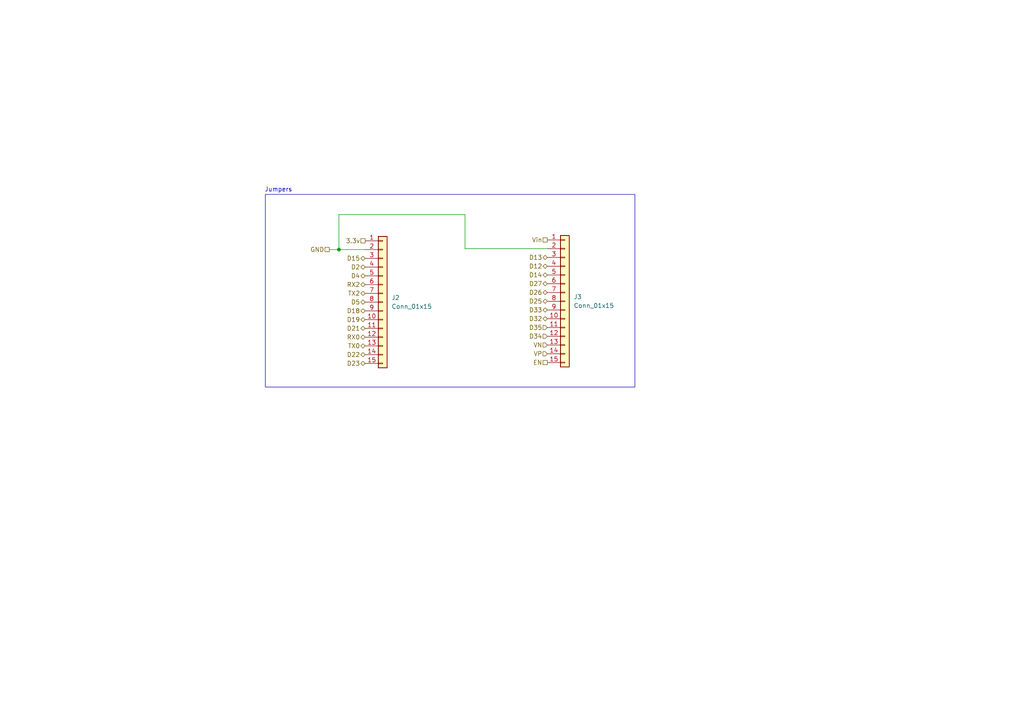
<source format=kicad_sch>
(kicad_sch (version 20250114) (generator "eeschema") (generator_version "9.0")
  (paper "A4")
  (title_block (title "ESP32 Dev Kit V1 (30 pin) Clone") (date "2025-04-14") (rev "1") (company "Brij Modi"))
  (lib_symbols
    (symbol "Connector_Generic:Conn_01x15" (pin_names (offset 1.016) (hide yes))
      (property "Reference" "J" (at 0 20.32 0))
      (property "Value" "Conn_01x15" (at 0 -20.32 0))
      (symbol "Conn_01x15_1_1"
        (rectangle (start -1.27 19.05) (end 1.27 -19.05) (stroke (width 0.254)) (fill (type background)))
        (rectangle (start -1.27 17.907) (end 0 17.653) (stroke (width 0.1524)))
        (rectangle (start -1.27 15.367) (end 0 15.113) (stroke (width 0.1524)))
        (rectangle (start -1.27 12.827) (end 0 12.573) (stroke (width 0.1524)))
        (rectangle (start -1.27 10.287) (end 0 10.033) (stroke (width 0.1524)))
        (rectangle (start -1.27 7.747) (end 0 7.493) (stroke (width 0.1524)))
        (rectangle (start -1.27 5.207) (end 0 4.953) (stroke (width 0.1524)))
        (rectangle (start -1.27 2.667) (end 0 2.413) (stroke (width 0.1524)))
        (rectangle (start -1.27 0.127) (end 0 -0.127) (stroke (width 0.1524)))
        (rectangle (start -1.27 -2.413) (end 0 -2.667) (stroke (width 0.1524)))
        (rectangle (start -1.27 -4.953) (end 0 -5.207) (stroke (width 0.1524)))
        (rectangle (start -1.27 -7.493) (end 0 -7.747) (stroke (width 0.1524)))
        (rectangle (start -1.27 -10.033) (end 0 -10.287) (stroke (width 0.1524)))
        (rectangle (start -1.27 -12.573) (end 0 -12.827) (stroke (width 0.1524)))
        (rectangle (start -1.27 -15.113) (end 0 -15.367) (stroke (width 0.1524)))
        (rectangle (start -1.27 -17.653) (end 0 -17.907) (stroke (width 0.1524)))
        (pin passive line (at -5.08 17.78 0) (length 3.81) (name "Pin_1") (number "1"))
        (pin passive line (at -5.08 15.24 0) (length 3.81) (name "Pin_2") (number "2"))
        (pin passive line (at -5.08 12.7 0) (length 3.81) (name "Pin_3") (number "3"))
        (pin passive line (at -5.08 10.16 0) (length 3.81) (name "Pin_4") (number "4"))
        (pin passive line (at -5.08 7.62 0) (length 3.81) (name "Pin_5") (number "5"))
        (pin passive line (at -5.08 5.08 0) (length 3.81) (name "Pin_6") (number "6"))
        (pin passive line (at -5.08 2.54 0) (length 3.81) (name "Pin_7") (number "7"))
        (pin passive line (at -5.08 0 0) (length 3.81) (name "Pin_8") (number "8"))
        (pin passive line (at -5.08 -2.54 0) (length 3.81) (name "Pin_9") (number "9"))
        (pin passive line (at -5.08 -5.08 0) (length 3.81) (name "Pin_10") (number "10"))
        (pin passive line (at -5.08 -7.62 0) (length 3.81) (name "Pin_11") (number "11"))
        (pin passive line (at -5.08 -10.16 0) (length 3.81) (name "Pin_12") (number "12"))
        (pin passive line (at -5.08 -12.7 0) (length 3.81) (name "Pin_13") (number "13"))
        (pin passive line (at -5.08 -15.24 0) (length 3.81) (name "Pin_14") (number "14"))
        (pin passive line (at -5.08 -17.78 0) (length 3.81) (name "Pin_15") (number "15"))
      )
    )
  )
  (rectangle (start 76.962 56.388) (end 184.15 112.268))
  (text "Jumpers" (at 80.772 55.118 0) (effects (font (size 1.27 1.27))))
  (junction (at 98.298 72.39))
  (wire (pts (xy 158.75 72.136) (xy 134.874 72.136)))
  (wire (pts (xy 134.874 72.136) (xy 134.874 62.23)))
  (wire (pts (xy 95.504 72.39) (xy 98.298 72.39)))
  (wire (pts (xy 134.874 62.23) (xy 98.298 62.23)))
  (wire (pts (xy 98.298 62.23) (xy 98.298 72.39)))
  (wire (pts (xy 98.298 72.39) (xy 105.918 72.39)))
  (hierarchical_label "D15" (shape bidirectional) (at 105.918 74.93 180))
  (hierarchical_label "D18" (shape bidirectional) (at 105.918 90.17 180))
  (hierarchical_label "Vin" (shape passive) (at 158.75 69.596 180))
  (hierarchical_label "VP" (shape input) (at 158.75 102.616 180))
  (hierarchical_label "D21" (shape bidirectional) (at 105.918 95.25 180))
  (hierarchical_label "D32" (shape bidirectional) (at 158.75 92.456 180))
  (hierarchical_label "D33" (shape bidirectional) (at 158.75 89.916 180))
  (hierarchical_label "VN" (shape input) (at 158.75 100.076 180))
  (hierarchical_label "D4" (shape bidirectional) (at 105.918 80.01 180))
  (hierarchical_label "RX2" (shape bidirectional) (at 105.918 82.55 180))
  (hierarchical_label "D35" (shape input) (at 158.75 94.996 180))
  (hierarchical_label "D26" (shape bidirectional) (at 158.75 84.836 180))
  (hierarchical_label "3.3v" (shape passive) (at 105.918 69.85 180))
  (hierarchical_label "D22" (shape bidirectional) (at 105.918 102.87 180))
  (hierarchical_label "RX0" (shape bidirectional) (at 105.918 97.79 180))
  (hierarchical_label "D19" (shape bidirectional) (at 105.918 92.71 180))
  (hierarchical_label "D12" (shape bidirectional) (at 158.75 77.216 180))
  (hierarchical_label "D25" (shape bidirectional) (at 158.75 87.376 180))
  (hierarchical_label "D5" (shape bidirectional) (at 105.918 87.63 180))
  (hierarchical_label "D14" (shape bidirectional) (at 158.75 79.756 180))
  (hierarchical_label "D34" (shape input) (at 158.75 97.536 180))
  (hierarchical_label "D13" (shape bidirectional) (at 158.75 74.676 180))
  (hierarchical_label "D23" (shape bidirectional) (at 105.918 105.41 180))
  (hierarchical_label "D2" (shape bidirectional) (at 105.918 77.47 180))
  (hierarchical_label "TX2" (shape bidirectional) (at 105.918 85.09 180))
  (hierarchical_label "GND" (shape passive) (at 95.504 72.39 180))
  (hierarchical_label "EN" (shape passive) (at 158.75 105.156 180))
  (hierarchical_label "D27" (shape bidirectional) (at 158.75 82.296 180))
  (hierarchical_label "TX0" (shape bidirectional) (at 105.918 100.33 180))
  (symbol (lib_id "Connector_Generic:Conn_01x15") (at 110.998 87.63 0) (unit 1)
    (property "Reference" "J2" (at 113.538 86.3599 0) (effects (justify left)))
    (property "Value" "Conn_01x15" (at 113.538 88.8999 0) (effects (justify left)))
    (property "Footprint" "Connector_PinHeader_2.54mm:PinHeader_1x15_P2.54mm_Vertical" (effects (hide yes)))
    (property "Description" "Generic connector, single row, 01x15, script generated (kicad-library-utils/schlib/autogen/connector/)" (effects (hide yes)))
  )
  (symbol (lib_id "Connector_Generic:Conn_01x15") (at 163.83 87.376 0) (unit 1)
    (property "Reference" "J3" (at 166.37 86.1059 0) (effects (justify left)))
    (property "Value" "Conn_01x15" (at 166.37 88.6459 0) (effects (justify left)))
    (property "Footprint" "Connector_PinHeader_2.54mm:PinHeader_1x15_P2.54mm_Vertical" (effects (hide yes)))
    (property "Description" "Generic connector, single row, 01x15, script generated (kicad-library-utils/schlib/autogen/connector/)" (effects (hide yes)))
  )
)
</source>
